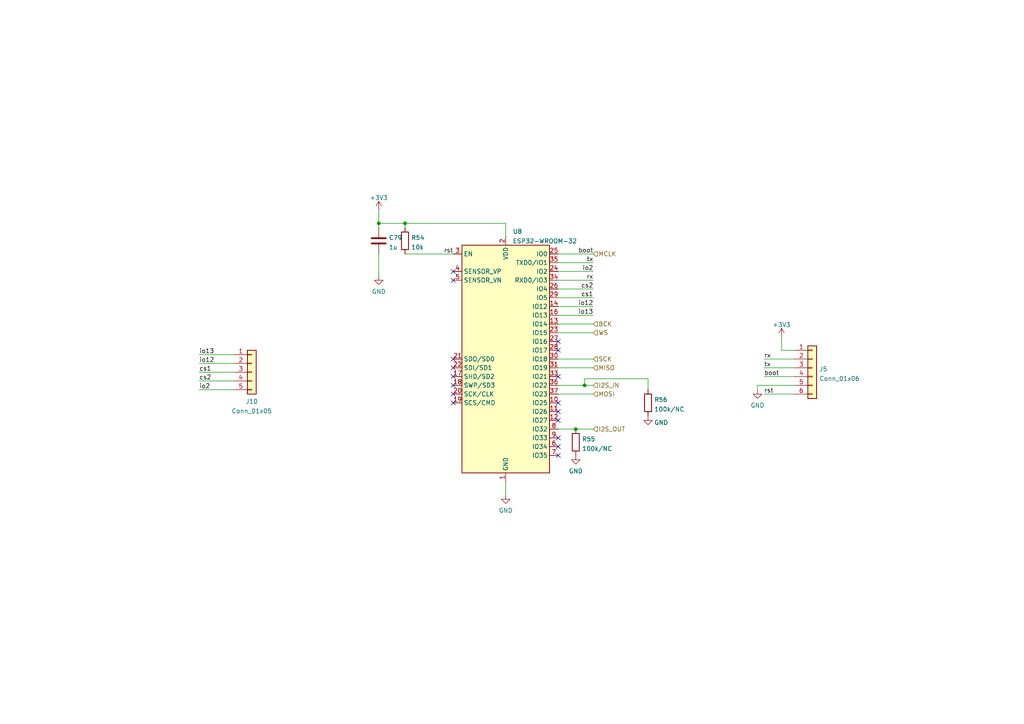
<source format=kicad_sch>
(kicad_sch (version 20211123) (generator eeschema)
  (paper "A4")
  (lib_symbols
    (symbol "Connector_Generic:Conn_01x05" (pin_names (offset 1.016) hide)
      (property "Reference" "J" (at 0 7.62 0))
      (property "Value" "Conn_01x05" (at 0 -7.62 0))
      (symbol "Conn_01x05_1_1"
        (rectangle (start -1.27 -4.953) (end 0 -5.207) (stroke (width 0.1524)))
        (rectangle (start -1.27 -2.413) (end 0 -2.667) (stroke (width 0.1524)))
        (rectangle (start -1.27 0.127) (end 0 -0.127) (stroke (width 0.1524)))
        (rectangle (start -1.27 2.667) (end 0 2.413) (stroke (width 0.1524)))
        (rectangle (start -1.27 5.207) (end 0 4.953) (stroke (width 0.1524)))
        (rectangle (start -1.27 6.35) (end 1.27 -6.35) (stroke (width 0.254)) (fill (type background)))
        (pin passive line (at -5.08 5.08 0) (length 3.81) (name "Pin_1") (number "1"))
        (pin passive line (at -5.08 2.54 0) (length 3.81) (name "Pin_2") (number "2"))
        (pin passive line (at -5.08 0 0) (length 3.81) (name "Pin_3") (number "3"))
        (pin passive line (at -5.08 -2.54 0) (length 3.81) (name "Pin_4") (number "4"))
        (pin passive line (at -5.08 -5.08 0) (length 3.81) (name "Pin_5") (number "5"))
      )
    )
    (symbol "Connector_Generic:Conn_01x06" (pin_names (offset 1.016) hide)
      (property "Reference" "J" (at 0 7.62 0))
      (property "Value" "Conn_01x06" (at 0 -10.16 0))
      (symbol "Conn_01x06_1_1"
        (rectangle (start -1.27 -7.493) (end 0 -7.747) (stroke (width 0.1524)))
        (rectangle (start -1.27 -4.953) (end 0 -5.207) (stroke (width 0.1524)))
        (rectangle (start -1.27 -2.413) (end 0 -2.667) (stroke (width 0.1524)))
        (rectangle (start -1.27 0.127) (end 0 -0.127) (stroke (width 0.1524)))
        (rectangle (start -1.27 2.667) (end 0 2.413) (stroke (width 0.1524)))
        (rectangle (start -1.27 5.207) (end 0 4.953) (stroke (width 0.1524)))
        (rectangle (start -1.27 6.35) (end 1.27 -8.89) (stroke (width 0.254)) (fill (type background)))
        (pin passive line (at -5.08 5.08 0) (length 3.81) (name "Pin_1") (number "1"))
        (pin passive line (at -5.08 2.54 0) (length 3.81) (name "Pin_2") (number "2"))
        (pin passive line (at -5.08 0 0) (length 3.81) (name "Pin_3") (number "3"))
        (pin passive line (at -5.08 -2.54 0) (length 3.81) (name "Pin_4") (number "4"))
        (pin passive line (at -5.08 -5.08 0) (length 3.81) (name "Pin_5") (number "5"))
        (pin passive line (at -5.08 -7.62 0) (length 3.81) (name "Pin_6") (number "6"))
      )
    )
    (symbol "Device:C" (pin_numbers hide) (pin_names (offset 0.254))
      (property "Reference" "C" (at 0.635 2.54 0))
      (property "Value" "C" (at 0.635 -2.54 0))
      (symbol "C_0_1"
        (polyline (pts (xy -2.032 -0.762) (xy 2.032 -0.762)) (stroke (width 0.508)))
        (polyline (pts (xy -2.032 0.762) (xy 2.032 0.762)) (stroke (width 0.508)))
      )
      (symbol "C_1_1"
        (pin passive line (at 0 3.81 270) (length 2.794) (name "~") (number "1"))
        (pin passive line (at 0 -3.81 90) (length 2.794) (name "~") (number "2"))
      )
    )
    (symbol "Device:R" (pin_numbers hide) (pin_names (offset 0))
      (property "Reference" "R" (at 2.032 0 90))
      (property "Value" "R" (at 0 0 90))
      (symbol "R_0_1"
        (rectangle (start -1.016 -2.54) (end 1.016 2.54) (stroke (width 0.254)))
      )
      (symbol "R_1_1"
        (pin passive line (at 0 3.81 270) (length 1.27) (name "~") (number "1"))
        (pin passive line (at 0 -3.81 90) (length 1.27) (name "~") (number "2"))
      )
    )
    (symbol "RF_Module:ESP32-WROOM-32"
      (property "Reference" "U" (at -12.7 34.29 0))
      (property "Value" "ESP32-WROOM-32" (at 1.27 34.29 0))
      (symbol "ESP32-WROOM-32_0_1"
        (rectangle (start -12.7 33.02) (end 12.7 -33.02) (stroke (width 0.254)) (fill (type background)))
      )
      (symbol "ESP32-WROOM-32_1_1"
        (pin power_in line (at 0 -35.56 90) (length 2.54) (name "GND") (number "1"))
        (pin bidirectional line (at 15.24 -12.7 180) (length 2.54) (name "IO25") (number "10"))
        (pin bidirectional line (at 15.24 -15.24 180) (length 2.54) (name "IO26") (number "11"))
        (pin bidirectional line (at 15.24 -17.78 180) (length 2.54) (name "IO27") (number "12"))
        (pin bidirectional line (at 15.24 10.16 180) (length 2.54) (name "IO14") (number "13"))
        (pin bidirectional line (at 15.24 15.24 180) (length 2.54) (name "IO12") (number "14"))
        (pin passive line (at 0 -35.56 90) (length 2.54) hide (name "GND") (number "15"))
        (pin bidirectional line (at 15.24 12.7 180) (length 2.54) (name "IO13") (number "16"))
        (pin bidirectional line (at -15.24 -5.08 0) (length 2.54) (name "SHD/SD2") (number "17"))
        (pin bidirectional line (at -15.24 -7.62 0) (length 2.54) (name "SWP/SD3") (number "18"))
        (pin bidirectional line (at -15.24 -12.7 0) (length 2.54) (name "SCS/CMD") (number "19"))
        (pin power_in line (at 0 35.56 270) (length 2.54) (name "VDD") (number "2"))
        (pin bidirectional line (at -15.24 -10.16 0) (length 2.54) (name "SCK/CLK") (number "20"))
        (pin bidirectional line (at -15.24 0 0) (length 2.54) (name "SDO/SD0") (number "21"))
        (pin bidirectional line (at -15.24 -2.54 0) (length 2.54) (name "SDI/SD1") (number "22"))
        (pin bidirectional line (at 15.24 7.62 180) (length 2.54) (name "IO15") (number "23"))
        (pin bidirectional line (at 15.24 25.4 180) (length 2.54) (name "IO2") (number "24"))
        (pin bidirectional line (at 15.24 30.48 180) (length 2.54) (name "IO0") (number "25"))
        (pin bidirectional line (at 15.24 20.32 180) (length 2.54) (name "IO4") (number "26"))
        (pin bidirectional line (at 15.24 5.08 180) (length 2.54) (name "IO16") (number "27"))
        (pin bidirectional line (at 15.24 2.54 180) (length 2.54) (name "IO17") (number "28"))
        (pin bidirectional line (at 15.24 17.78 180) (length 2.54) (name "IO5") (number "29"))
        (pin input line (at -15.24 30.48 0) (length 2.54) (name "EN") (number "3"))
        (pin bidirectional line (at 15.24 0 180) (length 2.54) (name "IO18") (number "30"))
        (pin bidirectional line (at 15.24 -2.54 180) (length 2.54) (name "IO19") (number "31"))
        (pin no_connect line (at -12.7 -27.94 0) (length 2.54) hide (name "NC") (number "32"))
        (pin bidirectional line (at 15.24 -5.08 180) (length 2.54) (name "IO21") (number "33"))
        (pin bidirectional line (at 15.24 22.86 180) (length 2.54) (name "RXD0/IO3") (number "34"))
        (pin bidirectional line (at 15.24 27.94 180) (length 2.54) (name "TXD0/IO1") (number "35"))
        (pin bidirectional line (at 15.24 -7.62 180) (length 2.54) (name "IO22") (number "36"))
        (pin bidirectional line (at 15.24 -10.16 180) (length 2.54) (name "IO23") (number "37"))
        (pin passive line (at 0 -35.56 90) (length 2.54) hide (name "GND") (number "38"))
        (pin passive line (at 0 -35.56 90) (length 2.54) hide (name "GND") (number "39"))
        (pin input line (at -15.24 25.4 0) (length 2.54) (name "SENSOR_VP") (number "4"))
        (pin input line (at -15.24 22.86 0) (length 2.54) (name "SENSOR_VN") (number "5"))
        (pin input line (at 15.24 -25.4 180) (length 2.54) (name "IO34") (number "6"))
        (pin input line (at 15.24 -27.94 180) (length 2.54) (name "IO35") (number "7"))
        (pin bidirectional line (at 15.24 -20.32 180) (length 2.54) (name "IO32") (number "8"))
        (pin bidirectional line (at 15.24 -22.86 180) (length 2.54) (name "IO33") (number "9"))
      )
    )
    (symbol "power:+3.3V" (power) (pin_names (offset 0))
      (property "Value" "+3.3V" (at 0 3.556 0))
      (symbol "+3.3V_0_1"
        (polyline (pts (xy -0.762 1.27) (xy 0 2.54)))
        (polyline (pts (xy 0 0) (xy 0 2.54)))
        (polyline (pts (xy 0 2.54) (xy 0.762 1.27)))
      )
      (symbol "+3.3V_1_1"
        (pin power_in line (at 0 0 90) (length 0) hide (name "+3V3") (number "1"))
      )
    )
    (symbol "power:GND" (power) (pin_names (offset 0))
      (property "Value" "GND" (at 0 -3.81 0))
      (symbol "GND_0_1"
        (polyline (pts (xy 0 0) (xy 0 -1.27) (xy 1.27 -1.27) (xy 0 -2.54) (xy -1.27 -1.27) (xy 0 -1.27)))
      )
      (symbol "GND_1_1"
        (pin power_in line (at 0 0 270) (length 0) hide (name "GND") (number "1"))
      )
    )
  )
  (junction (at 109.855 64.77))
  (junction (at 117.475 64.77))
  (junction (at 169.545 111.76))
  (junction (at 167.005 124.46))
  (no_connect (at 131.445 104.14))
  (no_connect (at 131.445 111.76))
  (no_connect (at 161.925 132.08))
  (no_connect (at 161.925 99.06))
  (no_connect (at 161.925 101.6))
  (no_connect (at 161.925 109.22))
  (no_connect (at 161.925 119.38))
  (no_connect (at 161.925 121.92))
  (no_connect (at 161.925 127))
  (no_connect (at 161.925 116.84))
  (no_connect (at 131.445 106.68))
  (no_connect (at 131.445 114.3))
  (no_connect (at 131.445 78.74))
  (no_connect (at 131.445 109.22))
  (no_connect (at 131.445 116.84))
  (no_connect (at 161.925 129.54))
  (no_connect (at 131.445 81.28))
  (wire (pts (xy 161.925 73.66) (xy 172.085 73.66)))
  (wire (pts (xy 161.925 81.28) (xy 172.085 81.28)))
  (wire (pts (xy 161.925 86.36) (xy 172.085 86.36)))
  (wire (pts (xy 131.445 73.66) (xy 117.475 73.66)))
  (wire (pts (xy 226.695 97.79) (xy 226.695 101.6)))
  (wire (pts (xy 169.545 109.855) (xy 187.96 109.855)))
  (wire (pts (xy 57.785 113.03) (xy 67.945 113.03)))
  (wire (pts (xy 57.785 105.41) (xy 67.945 105.41)))
  (wire (pts (xy 109.855 64.77) (xy 109.855 66.04)))
  (wire (pts (xy 169.545 111.76) (xy 169.545 109.855)))
  (wire (pts (xy 172.085 91.44) (xy 161.925 91.44)))
  (wire (pts (xy 172.085 93.98) (xy 161.925 93.98)))
  (wire (pts (xy 161.925 106.68) (xy 172.085 106.68)))
  (wire (pts (xy 161.925 76.2) (xy 172.085 76.2)))
  (wire (pts (xy 221.615 104.14) (xy 230.505 104.14)))
  (wire (pts (xy 161.925 111.76) (xy 169.545 111.76)))
  (wire (pts (xy 67.945 107.95) (xy 57.785 107.95)))
  (wire (pts (xy 161.925 83.82) (xy 172.085 83.82)))
  (wire (pts (xy 117.475 64.77) (xy 117.475 66.04)))
  (wire (pts (xy 221.615 114.3) (xy 230.505 114.3)))
  (wire (pts (xy 161.925 114.3) (xy 172.085 114.3)))
  (wire (pts (xy 230.505 109.22) (xy 221.615 109.22)))
  (wire (pts (xy 226.695 101.6) (xy 230.505 101.6)))
  (wire (pts (xy 57.785 102.87) (xy 67.945 102.87)))
  (wire (pts (xy 187.96 109.855) (xy 187.96 113.03)))
  (wire (pts (xy 221.615 106.68) (xy 230.505 106.68)))
  (wire (pts (xy 172.085 96.52) (xy 161.925 96.52)))
  (wire (pts (xy 172.085 124.46) (xy 167.005 124.46)))
  (wire (pts (xy 67.945 110.49) (xy 57.785 110.49)))
  (wire (pts (xy 169.545 111.76) (xy 172.085 111.76)))
  (wire (pts (xy 109.855 64.77) (xy 117.475 64.77)))
  (wire (pts (xy 219.71 111.76) (xy 219.71 113.03)))
  (wire (pts (xy 172.085 88.9) (xy 161.925 88.9)))
  (wire (pts (xy 167.005 124.46) (xy 161.925 124.46)))
  (wire (pts (xy 109.855 73.66) (xy 109.855 80.01)))
  (wire (pts (xy 146.685 139.7) (xy 146.685 143.51)))
  (wire (pts (xy 172.085 78.74) (xy 161.925 78.74)))
  (wire (pts (xy 146.685 64.77) (xy 146.685 68.58)))
  (wire (pts (xy 219.71 111.76) (xy 230.505 111.76)))
  (wire (pts (xy 109.855 60.96) (xy 109.855 64.77)))
  (wire (pts (xy 117.475 64.77) (xy 146.685 64.77)))
  (wire (pts (xy 161.925 104.14) (xy 172.085 104.14)))
  (label "tx" (at 172.085 76.2 180))
  (label "rx" (at 172.085 81.28 180))
  (label "io2" (at 172.085 78.74 180))
  (label "boot" (at 221.615 109.22 0))
  (label "io13" (at 57.785 102.87 0))
  (label "io2" (at 57.785 113.03 0))
  (label "tx" (at 221.615 106.68 0))
  (label "cs2" (at 172.085 83.82 180))
  (label "rx" (at 221.615 104.14 0))
  (label "io13" (at 172.085 91.44 180))
  (label "io12" (at 172.085 88.9 180))
  (label "io12" (at 57.785 105.41 0))
  (label "cs1" (at 57.785 107.95 0))
  (label "boot" (at 172.085 73.66 180))
  (label "rst" (at 131.445 73.66 180))
  (label "cs2" (at 57.785 110.49 0))
  (label "rst" (at 221.615 114.3 0))
  (label "cs1" (at 172.085 86.36 180))
  (hierarchical_label "BCK" (shape input) (at 172.085 93.98 0))
  (hierarchical_label "I2S_OUT" (shape input) (at 172.085 124.46 0))
  (hierarchical_label "MOSI" (shape input) (at 172.085 114.3 0))
  (hierarchical_label "MISO" (shape input) (at 172.085 106.68 0))
  (hierarchical_label "I2S_IN" (shape input) (at 172.085 111.76 0))
  (hierarchical_label "WS" (shape input) (at 172.085 96.52 0))
  (hierarchical_label "MCLK" (shape input) (at 172.085 73.66 0))
  (hierarchical_label "SCK" (shape input) (at 172.085 104.14 0))
  (symbol (lib_id "power:+3.3V") (at 109.855 60.96 0)
    (property "Reference" "#PWR0146" (effects hide))
    (property "Value" "+3.3V" (at 109.855 57.3555 0))
  )
  (symbol (lib_id "power:GND") (at 167.005 132.08 0)
    (property "Reference" "#PWR0140" (effects hide))
    (property "Value" "GND" (at 167.005 136.6425 0))
  )
  (symbol (lib_id "power:GND") (at 219.71 113.03 0)
    (property "Reference" "#PWR0142" (effects hide))
    (property "Value" "GND" (at 219.71 117.5925 0))
  )
  (symbol (lib_id "Device:R") (at 117.475 69.85 180)
    (property "Reference" "R54" (at 119.253 68.9415 0) (effects (justify right)))
    (property "Value" "10k" (at 119.253 71.7166 0) (effects (justify right)))
    (property "Footprint" "Resistor_SMD:R_0603_1608Metric" (effects hide))
  )
  (symbol (lib_id "power:GND") (at 187.96 120.65 0)
    (property "Reference" "#PWR0143" (effects hide))
    (property "Value" "GND" (at 191.77 122.555 0))
  )
  (symbol (lib_id "Device:C") (at 109.855 69.85 0)
    (property "Reference" "C79" (at 112.776 68.9415 0) (effects (justify left)))
    (property "Value" "1u" (at 112.776 71.7166 0) (effects (justify left)))
    (property "Footprint" "Capacitor_SMD:C_0603_1608Metric" (effects hide))
  )
  (symbol (lib_id "Device:R") (at 187.96 116.84 180)
    (property "Reference" "R56" (at 189.738 115.9315 0) (effects (justify right)))
    (property "Value" "100k/NC" (at 189.738 118.7066 0) (effects (justify right)))
    (property "Footprint" "Resistor_SMD:R_0603_1608Metric" (effects hide))
  )
  (symbol (lib_id "Device:R") (at 167.005 128.27 180)
    (property "Reference" "R55" (at 168.783 127.3615 0) (effects (justify right)))
    (property "Value" "100k/NC" (at 168.783 130.1366 0) (effects (justify right)))
    (property "Footprint" "Resistor_SMD:R_0603_1608Metric" (effects hide))
  )
  (symbol (lib_id "power:GND") (at 146.685 143.51 0)
    (property "Reference" "#PWR0139" (effects hide))
    (property "Value" "GND" (at 146.685 148.0725 0))
  )
  (symbol (lib_id "power:GND") (at 109.855 80.01 0)
    (property "Reference" "#PWR0144" (effects hide))
    (property "Value" "GND" (at 109.855 84.5725 0))
  )
  (symbol (lib_id "Connector_Generic:Conn_01x05") (at 73.025 107.95 0)
    (property "Reference" "J10" (at 73.025 116.4495 0))
    (property "Value" "Conn_01x05" (at 73.025 119.2246 0))
    (property "Footprint" "Connector_Harwin:Harwin_M20-89005xx_1x05_P2.54mm_Horizontal" (effects hide))
  )
  (symbol (lib_id "Connector_Generic:Conn_01x06") (at 235.585 106.68 0)
    (property "Reference" "J5" (at 237.617 107.0415 0) (effects (justify left)))
    (property "Value" "Conn_01x06" (at 237.617 109.8166 0) (effects (justify left)))
    (property "Footprint" "Connector_PinHeader_2.54mm:PinHeader_2x03_P2.54mm_Vertical" (effects hide))
  )
  (symbol (lib_id "power:+3.3V") (at 226.695 97.79 0)
    (property "Reference" "#PWR0141" (effects hide))
    (property "Value" "+3.3V" (at 226.695 94.1855 0))
  )
  (symbol (lib_id "RF_Module:ESP32-WROOM-32") (at 146.685 104.14 0)
    (property "Reference" "U8" (at 148.7044 67.1535 0) (effects (justify left)))
    (property "Value" "ESP32-WROOM-32" (at 148.7044 69.9286 0) (effects (justify left)))
    (property "Footprint" "RF_Module:ESP32-WROOM-32" (effects hide))
    (property "Datasheet" "https://www.espressif.com/sites/default/files/documentation/esp32-wroom-32_datasheet_en.pdf" (effects hide))
  )
)
</source>
